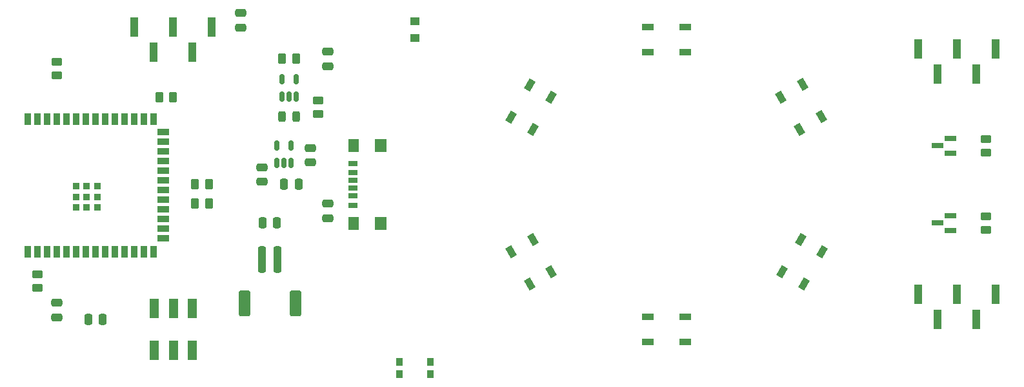
<source format=gbr>
%TF.GenerationSoftware,KiCad,Pcbnew,7.0.10*%
%TF.CreationDate,2024-02-12T11:39:43+01:00*%
%TF.ProjectId,EntangledHearts,456e7461-6e67-46c6-9564-486561727473,rev?*%
%TF.SameCoordinates,Original*%
%TF.FileFunction,Paste,Top*%
%TF.FilePolarity,Positive*%
%FSLAX46Y46*%
G04 Gerber Fmt 4.6, Leading zero omitted, Abs format (unit mm)*
G04 Created by KiCad (PCBNEW 7.0.10) date 2024-02-12 11:39:43*
%MOMM*%
%LPD*%
G01*
G04 APERTURE LIST*
G04 Aperture macros list*
%AMRoundRect*
0 Rectangle with rounded corners*
0 $1 Rounding radius*
0 $2 $3 $4 $5 $6 $7 $8 $9 X,Y pos of 4 corners*
0 Add a 4 corners polygon primitive as box body*
4,1,4,$2,$3,$4,$5,$6,$7,$8,$9,$2,$3,0*
0 Add four circle primitives for the rounded corners*
1,1,$1+$1,$2,$3*
1,1,$1+$1,$4,$5*
1,1,$1+$1,$6,$7*
1,1,$1+$1,$8,$9*
0 Add four rect primitives between the rounded corners*
20,1,$1+$1,$2,$3,$4,$5,0*
20,1,$1+$1,$4,$5,$6,$7,0*
20,1,$1+$1,$6,$7,$8,$9,0*
20,1,$1+$1,$8,$9,$2,$3,0*%
%AMRotRect*
0 Rectangle, with rotation*
0 The origin of the aperture is its center*
0 $1 length*
0 $2 width*
0 $3 Rotation angle, in degrees counterclockwise*
0 Add horizontal line*
21,1,$1,$2,0,0,$3*%
G04 Aperture macros list end*
%ADD10R,1.500000X0.900000*%
%ADD11R,0.900000X1.500000*%
%ADD12R,0.900000X0.900000*%
%ADD13RoundRect,0.250000X-0.250000X-1.500000X0.250000X-1.500000X0.250000X1.500000X-0.250000X1.500000X0*%
%ADD14RoundRect,0.250001X-0.499999X-1.449999X0.499999X-1.449999X0.499999X1.449999X-0.499999X1.449999X0*%
%ADD15RoundRect,0.250000X0.475000X-0.250000X0.475000X0.250000X-0.475000X0.250000X-0.475000X-0.250000X0*%
%ADD16R,1.550000X0.650000*%
%ADD17RoundRect,0.150000X0.150000X-0.512500X0.150000X0.512500X-0.150000X0.512500X-0.150000X-0.512500X0*%
%ADD18RoundRect,0.250000X-0.262500X-0.450000X0.262500X-0.450000X0.262500X0.450000X-0.262500X0.450000X0*%
%ADD19R,0.900000X1.000000*%
%ADD20RoundRect,0.250000X0.450000X-0.262500X0.450000X0.262500X-0.450000X0.262500X-0.450000X-0.262500X0*%
%ADD21RoundRect,0.250000X0.250000X0.475000X-0.250000X0.475000X-0.250000X-0.475000X0.250000X-0.475000X0*%
%ADD22RoundRect,0.250000X-0.450000X0.262500X-0.450000X-0.262500X0.450000X-0.262500X0.450000X0.262500X0*%
%ADD23R,1.200000X0.700000*%
%ADD24R,1.200000X0.760000*%
%ADD25R,1.200000X0.800000*%
%ADD26R,1.350000X1.800000*%
%ADD27R,1.500000X1.800000*%
%ADD28RoundRect,0.250000X-0.475000X0.250000X-0.475000X-0.250000X0.475000X-0.250000X0.475000X0.250000X0*%
%ADD29R,1.000000X2.510000*%
%ADD30RotRect,1.500000X0.900000X120.000000*%
%ADD31RotRect,1.500000X0.900000X60.000000*%
%ADD32R,1.250000X1.000000*%
%ADD33RotRect,1.500000X0.900000X240.000000*%
%ADD34R,1.200000X2.500000*%
%ADD35RoundRect,0.243750X-0.243750X-0.456250X0.243750X-0.456250X0.243750X0.456250X-0.243750X0.456250X0*%
%ADD36RotRect,1.500000X0.900000X300.000000*%
G04 APERTURE END LIST*
D10*
%TO.C,D4*%
X165190000Y-119000000D03*
X165190000Y-122300000D03*
X170090000Y-122300000D03*
X170090000Y-119000000D03*
%TD*%
D11*
%TO.C,ESP1*%
X83820000Y-110490000D03*
X85090000Y-110490000D03*
X86360000Y-110490000D03*
X87630000Y-110490000D03*
X88900000Y-110490000D03*
X90170000Y-110490000D03*
X91440000Y-110490000D03*
X92710000Y-110490000D03*
X93980000Y-110490000D03*
X95250000Y-110490000D03*
X96520000Y-110490000D03*
X97790000Y-110490000D03*
X99060000Y-110490000D03*
X100330000Y-110490000D03*
D10*
X101580000Y-108725000D03*
X101580000Y-107455000D03*
X101580000Y-106185000D03*
X101580000Y-104915000D03*
X101580000Y-103645000D03*
X101580000Y-102375000D03*
X101580000Y-101105000D03*
X101580000Y-99835000D03*
X101580000Y-98565000D03*
X101580000Y-97295000D03*
X101580000Y-96025000D03*
X101580000Y-94755000D03*
D11*
X100330000Y-92990000D03*
X99060000Y-92990000D03*
X97790000Y-92990000D03*
X96520000Y-92990000D03*
X95250000Y-92990000D03*
X93980000Y-92990000D03*
X92710000Y-92990000D03*
X91440000Y-92990000D03*
X90170000Y-92990000D03*
X88900000Y-92990000D03*
X87630000Y-92990000D03*
X86360000Y-92990000D03*
X85090000Y-92990000D03*
X83820000Y-92990000D03*
D12*
X90140000Y-104640000D03*
X91540000Y-104640000D03*
X92940000Y-104640000D03*
X92940000Y-104640000D03*
X90140000Y-103240000D03*
X90140000Y-103240000D03*
X91540000Y-103240000D03*
X92940000Y-103240000D03*
X90140000Y-101840000D03*
X91540000Y-101840000D03*
X92940000Y-101840000D03*
%TD*%
D13*
%TO.C,BatteryConnector1*%
X114570000Y-111450000D03*
X116570000Y-111450000D03*
D14*
X112220000Y-117200000D03*
X118920000Y-117200000D03*
%TD*%
D15*
%TO.C,C_EN1*%
X87630000Y-119060000D03*
X87630000Y-117160000D03*
%TD*%
D16*
%TO.C,Q_BOOT1*%
X204900000Y-107640000D03*
X204900000Y-105720000D03*
X203200000Y-106680000D03*
%TD*%
D17*
%TO.C,PM1*%
X116485000Y-98795000D03*
X117435000Y-98795000D03*
X118385000Y-98795000D03*
X118385000Y-96520000D03*
X116485000Y-96520000D03*
%TD*%
D18*
%TO.C,PU_SCL1*%
X105767500Y-101600000D03*
X107592500Y-101600000D03*
%TD*%
D19*
%TO.C,Button1*%
X132570000Y-126530000D03*
X136670000Y-126530000D03*
X136670000Y-124930000D03*
X132570000Y-124930000D03*
%TD*%
D16*
%TO.C,Q_EN1*%
X204900000Y-97480000D03*
X204900000Y-95560000D03*
X203200000Y-96520000D03*
%TD*%
D20*
%TO.C,PU_Photo1*%
X87630000Y-87272500D03*
X87630000Y-85447500D03*
%TD*%
D17*
%TO.C,BM1*%
X117160000Y-90037500D03*
X118110000Y-90037500D03*
X119060000Y-90037500D03*
X119060000Y-87762500D03*
X117160000Y-87762500D03*
%TD*%
D18*
%TO.C,PU_SDA1*%
X105767500Y-104140000D03*
X107592500Y-104140000D03*
%TD*%
D21*
%TO.C,C_Button1*%
X93660000Y-119380000D03*
X91760000Y-119380000D03*
%TD*%
D22*
%TO.C,R_DTR1*%
X209550000Y-105767500D03*
X209550000Y-107592500D03*
%TD*%
D21*
%TO.C,CP3*%
X116520000Y-106680000D03*
X114620000Y-106680000D03*
%TD*%
D18*
%TO.C,PD_Prog1*%
X117197500Y-85090000D03*
X119022500Y-85090000D03*
%TD*%
D23*
%TO.C,USB1*%
X126485000Y-102100000D03*
D24*
X126485000Y-100080000D03*
D25*
X126485000Y-98850000D03*
D23*
X126485000Y-101100000D03*
D24*
X126485000Y-103120000D03*
D25*
X126485000Y-104350000D03*
D26*
X126560000Y-106725000D03*
X126560000Y-96475000D03*
D27*
X130140000Y-106725000D03*
X130140000Y-96475000D03*
%TD*%
D20*
%TO.C,PU_EN1*%
X85090000Y-115212500D03*
X85090000Y-113387500D03*
%TD*%
D22*
%TO.C,R_RTS1*%
X209550000Y-95607500D03*
X209550000Y-97432500D03*
%TD*%
D28*
%TO.C,CP_CP1*%
X123190000Y-104140000D03*
X123190000Y-106040000D03*
%TD*%
D29*
%TO.C,Seriell_Output1*%
X210820000Y-116070000D03*
X208280000Y-119380000D03*
X205740000Y-116070000D03*
X203200000Y-119380000D03*
X200660000Y-116070000D03*
%TD*%
D18*
%TO.C,PU_Boot1*%
X101045000Y-90170000D03*
X102870000Y-90170000D03*
%TD*%
D30*
%TO.C,D2*%
X185102116Y-94360000D03*
X187960000Y-92710000D03*
X185510000Y-88466476D03*
X182652116Y-90116476D03*
%TD*%
D21*
%TO.C,CP6*%
X119335000Y-101555000D03*
X117435000Y-101555000D03*
%TD*%
D29*
%TO.C,Seriell_Flash1*%
X107950000Y-80895000D03*
X105410000Y-84205000D03*
X102870000Y-80895000D03*
X100330000Y-84205000D03*
X97790000Y-80895000D03*
%TD*%
D28*
%TO.C,CP4*%
X120925000Y-96795000D03*
X120925000Y-98695000D03*
%TD*%
D31*
%TO.C,D3*%
X182766058Y-113056762D03*
X185623942Y-114706762D03*
X188073942Y-110463238D03*
X185216058Y-108813238D03*
%TD*%
D28*
%TO.C,C_Boot1*%
X111760000Y-79060000D03*
X111760000Y-80960000D03*
%TD*%
D29*
%TO.C,Seriell_Input1*%
X210820000Y-83820000D03*
X208280000Y-87130000D03*
X205740000Y-83820000D03*
X203200000Y-87130000D03*
X200660000Y-83820000D03*
%TD*%
D22*
%TO.C,R_LED1*%
X121920000Y-90527500D03*
X121920000Y-92352500D03*
%TD*%
D32*
%TO.C,Photo1*%
X134620000Y-82380000D03*
X134620000Y-80180000D03*
%TD*%
D33*
%TO.C,D6*%
X152513942Y-90143238D03*
X149656058Y-88493238D03*
X147206058Y-92736762D03*
X150063942Y-94386762D03*
%TD*%
D34*
%TO.C,PowerSwitch1*%
X105410000Y-117900000D03*
X102910000Y-117900000D03*
X100410000Y-117900000D03*
X100410000Y-123400000D03*
X102910000Y-123400000D03*
X105410000Y-123400000D03*
%TD*%
D10*
%TO.C,D1*%
X170090000Y-84200000D03*
X170090000Y-80900000D03*
X165190000Y-80900000D03*
X165190000Y-84200000D03*
%TD*%
D28*
%TO.C,CP5*%
X114575000Y-99335000D03*
X114575000Y-101235000D03*
%TD*%
D35*
%TO.C,LED1*%
X117172500Y-92710000D03*
X119047500Y-92710000D03*
%TD*%
D28*
%TO.C,CP2*%
X123190000Y-84140000D03*
X123190000Y-86040000D03*
%TD*%
D36*
%TO.C,D5*%
X150063942Y-108813238D03*
X147206058Y-110463238D03*
X149656058Y-114706762D03*
X152513942Y-113056762D03*
%TD*%
M02*

</source>
